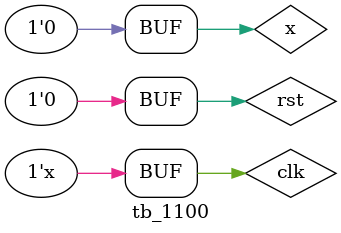
<source format=v>
`timescale 1ns/100ps
module tb_1100;
  reg clk,rst,x;
  wire z;
  
  sequence_1100 uut(clk,rst,x,z);
  always #5 clk= ~clk;
  initial begin
    clk=1; rst=1;x=0; #10;
    rst=0;
    
    //01100110010
    x=0; #10;
    x=1; #10;
    x=1; #10;
    x=0; #10;
    x=0; #10;
    x=1; #10;
    x=1; #10;
    x=0; #10;
    x=0; #10;
    x=1; #10;
    x=0; #10;
    
  end
endmodule 
    
    

</source>
